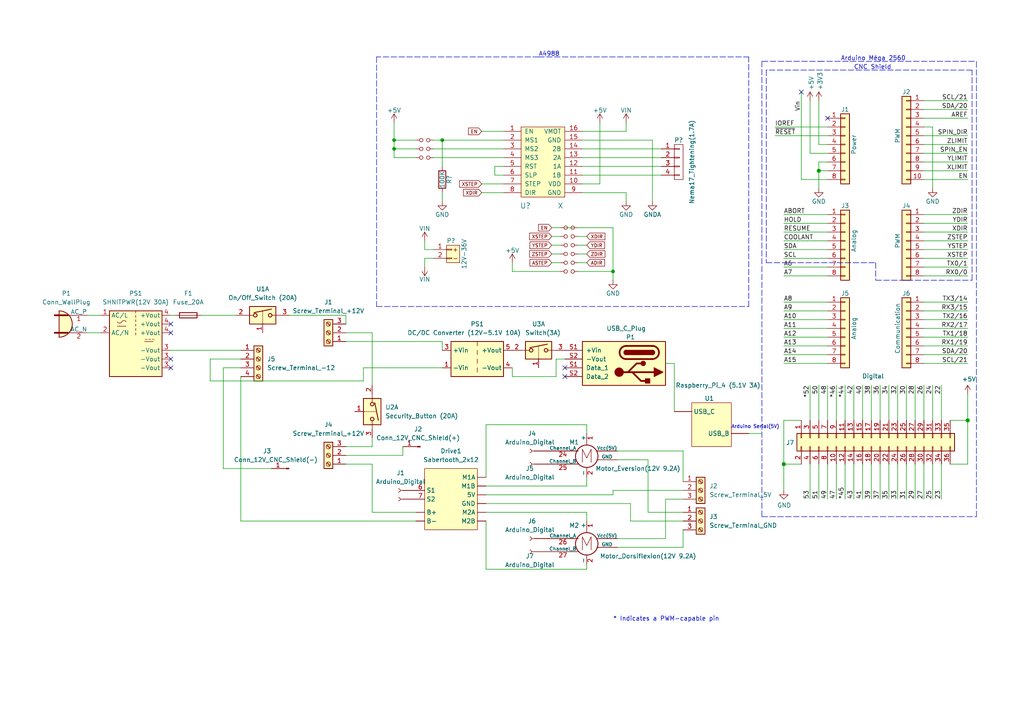
<source format=kicad_sch>
(kicad_sch (version 20211123) (generator eeschema)
  (paper "A4")
  (title_block (title "ExoFlex Electric Schematic") (date "2022-11-01"))
  (lib_symbols
    (symbol "Analog_Switch:DG308AxY"
      (property "Reference" "U" (at -3.175 5.334 0))
      (property "Value" "DG308AxY" (at -3.175 3.556 0))
      (symbol "DG308AxY_1_1"
        (pin input line (at 0 -5.08 90) (length 2.54) (name "~") (number "1"))
        (pin passive line (at -7.62 0 0) (length 2.54) (name "~") (number "2"))
        (pin passive line (at 7.62 0 180) (length 2.54) (name "~") (number "3"))
      )
      (symbol "DG308AxY_2_1"
        (pin passive line (at -7.62 0 0) (length 2.54) (name "~") (number "6"))
        (pin passive line (at 7.62 0 180) (length 2.54) (name "~") (number "7"))
        (pin input line (at 0 -5.08 90) (length 2.54) (name "~") (number "8"))
      )
      (symbol "DG308AxY_3_1"
        (pin passive line (at -7.62 0 0) (length 2.54) (name "~") (number "10"))
        (pin passive line (at 7.62 0 180) (length 2.54) (name "~") (number "11"))
        (pin input line (at 0 -5.08 90) (length 2.54) (name "~") (number "9"))
      )
      (symbol "DG308AxY_4_1"
        (pin passive line (at 7.62 0 180) (length 2.54) (name "~") (number "14"))
        (pin passive line (at -7.62 0 0) (length 2.54) (name "~") (number "15"))
        (pin input line (at 0 -5.08 90) (length 2.54) (name "~") (number "16"))
      )
      (symbol "DG308AxY_5_0"
        (pin no_connect line (at 2.54 10.16 270) (length 2.54) hide (name "NC") (number "12"))
        (pin power_in line (at 0 12.7 270) (length 2.54) (name "V+") (number "13"))
        (pin power_in line (at 2.54 -12.7 90) (length 2.54) (name "V-") (number "4"))
        (pin power_in line (at 0 -12.7 90) (length 2.54) (name "GND") (number "5"))
      )
    )
    (symbol "Conn_01x01_Female_1" (pin_numbers hide) (pin_names (offset 1.016) hide)
      (property "Reference" "J" (at 0 2.54 0))
      (property "Value" "Conn_01x01_Female_1" (at 0 -2.54 0))
      (symbol "Conn_01x01_Female_1_1_1"
        (pin passive line (at -5.08 0 0) (length 3.81) (name "Pin_1") (number "1"))
      )
    )
    (symbol "Connector:Conn_01x01_Female" (pin_numbers hide) (pin_names (offset 1.016) hide)
      (property "Reference" "J" (at 0 2.54 0))
      (property "Value" "Conn_01x01_Female" (at 0 -2.54 0))
      (symbol "Conn_01x01_Female_1_1"
        (pin passive line (at -5.08 0 0) (length 3.81) (name "Pin_1") (number "1"))
      )
    )
    (symbol "Connector:Conn_01x01_Male" (pin_names (offset 1.016) hide)
      (property "Reference" "J" (at 0 2.54 0))
      (property "Value" "Conn_01x01_Male" (at 0 -2.54 0))
      (symbol "Conn_01x01_Male_1_1"
        (pin passive line (at 5.08 0 180) (length 3.81) (name "Pin_1") (number "1"))
      )
    )
    (symbol "Connector:Conn_01x02_Female" (pin_numbers hide) (pin_names (offset 1.016) hide)
      (property "Reference" "J" (at 0 2.54 0))
      (property "Value" "Conn_01x02_Female" (at 0 -5.08 0))
      (symbol "Conn_01x02_Female_1_1"
        (pin passive line (at -5.08 0 0) (length 3.81) (name "Pin_1") (number "1"))
        (pin passive line (at -5.08 -2.54 0) (length 3.81) (name "Pin_2") (number "2"))
      )
    )
    (symbol "Connector:Conn_WallPlug" (pin_names (offset 0))
      (property "Reference" "P" (at -1.27 4.445 0))
      (property "Value" "Conn_WallPlug" (at -5.715 0 90))
      (symbol "Conn_WallPlug_1_1"
        (pin power_out line (at 5.08 2.54 180) (length 5.08) (name "AC_P") (number "1"))
        (pin power_out line (at 5.08 -2.54 180) (length 5.08) (name "AC_N") (number "2"))
      )
    )
    (symbol "Connector:Raspberry_Pi_4"
      (property "Reference" "U?" (at 3.81 -5.08 0))
      (property "Value" "Raspberry_Pi_4 ( 5.1V 3A)" (at 3.81 -1.27 0))
      (symbol "Raspberry_Pi_4_1_1"
        (pin output line (at 13.97 3.81 180) (length 5.08) (name "USB_B") (number ""))
        (pin input line (at -7.62 10.16 0) (length 5.08) (name "USB_C") (number ""))
      )
    )
    (symbol "Connector:Screw_Terminal_01x03" (pin_names (offset 1.016) hide)
      (property "Reference" "J" (at 0 5.08 0))
      (property "Value" "Screw_Terminal_01x03" (at 0 -5.08 0))
      (symbol "Screw_Terminal_01x03_1_1"
        (pin passive line (at -5.08 2.54 0) (length 3.81) (name "Pin_1") (number "1"))
        (pin passive line (at -5.08 0 0) (length 3.81) (name "Pin_2") (number "2"))
        (pin passive line (at -5.08 -2.54 0) (length 3.81) (name "Pin_3") (number "3"))
      )
    )
    (symbol "Connector:Screw_Terminal_01x04" (pin_names (offset 1.016) hide)
      (property "Reference" "J" (at 0 5.08 0))
      (property "Value" "Screw_Terminal_01x04" (at 0 -7.62 0))
      (symbol "Screw_Terminal_01x04_1_1"
        (pin passive line (at -5.08 2.54 0) (length 3.81) (name "Pin_1") (number "1"))
        (pin passive line (at -5.08 0 0) (length 3.81) (name "Pin_2") (number "2"))
        (pin passive line (at -5.08 -2.54 0) (length 3.81) (name "Pin_3") (number "3"))
        (pin passive line (at -5.08 -5.08 0) (length 3.81) (name "Pin_4") (number "4"))
      )
    )
    (symbol "Connector:USB_C_Plug" (pin_names (offset 1.016))
      (property "Reference" "P?" (at 33.02 0 0))
      (property "Value" "USB_C_Plug" (at -22.86 12.7 90))
      (symbol "USB_C_Plug_1_1"
        (pin passive line (at -7.62 -40.64 90) (length 5.08) (name "+Vin") (number "S1"))
        (pin passive line (at -2.54 -40.64 90) (length 5.08) (name "Data_1") (number "S1"))
        (pin passive line (at -5.08 -40.64 90) (length 5.08) (name "-Vout") (number "S2"))
        (pin passive line (at 0 -40.64 90) (length 5.08) (name "Data_2") (number "S2"))
      )
    )
    (symbol "Connector_Generic:Conn_01x08" (pin_names (offset 1.016) hide)
      (property "Reference" "J" (at 0 10.16 0))
      (property "Value" "Conn_01x08" (at 0 -12.7 0))
      (symbol "Conn_01x08_1_1"
        (pin passive line (at -5.08 7.62 0) (length 3.81) (name "Pin_1") (number "1"))
        (pin passive line (at -5.08 5.08 0) (length 3.81) (name "Pin_2") (number "2"))
        (pin passive line (at -5.08 2.54 0) (length 3.81) (name "Pin_3") (number "3"))
        (pin passive line (at -5.08 0 0) (length 3.81) (name "Pin_4") (number "4"))
        (pin passive line (at -5.08 -2.54 0) (length 3.81) (name "Pin_5") (number "5"))
        (pin passive line (at -5.08 -5.08 0) (length 3.81) (name "Pin_6") (number "6"))
        (pin passive line (at -5.08 -7.62 0) (length 3.81) (name "Pin_7") (number "7"))
        (pin passive line (at -5.08 -10.16 0) (length 3.81) (name "Pin_8") (number "8"))
      )
    )
    (symbol "Connector_Generic:Conn_01x10" (pin_names (offset 1.016) hide)
      (property "Reference" "J" (at 0 12.7 0))
      (property "Value" "Conn_01x10" (at 0 -15.24 0))
      (symbol "Conn_01x10_1_1"
        (pin passive line (at -5.08 10.16 0) (length 3.81) (name "Pin_1") (number "1"))
        (pin passive line (at -5.08 -12.7 0) (length 3.81) (name "Pin_10") (number "10"))
        (pin passive line (at -5.08 7.62 0) (length 3.81) (name "Pin_2") (number "2"))
        (pin passive line (at -5.08 5.08 0) (length 3.81) (name "Pin_3") (number "3"))
        (pin passive line (at -5.08 2.54 0) (length 3.81) (name "Pin_4") (number "4"))
        (pin passive line (at -5.08 0 0) (length 3.81) (name "Pin_5") (number "5"))
        (pin passive line (at -5.08 -2.54 0) (length 3.81) (name "Pin_6") (number "6"))
        (pin passive line (at -5.08 -5.08 0) (length 3.81) (name "Pin_7") (number "7"))
        (pin passive line (at -5.08 -7.62 0) (length 3.81) (name "Pin_8") (number "8"))
        (pin passive line (at -5.08 -10.16 0) (length 3.81) (name "Pin_9") (number "9"))
      )
    )
    (symbol "Connector_Generic:Conn_02x18_Odd_Even" (pin_names (offset 1.016) hide)
      (property "Reference" "J" (at 1.27 22.86 0))
      (property "Value" "Conn_02x18_Odd_Even" (at 1.27 -25.4 0))
      (symbol "Conn_02x18_Odd_Even_1_1"
        (pin passive line (at -5.08 20.32 0) (length 3.81) (name "Pin_1") (number "1"))
        (pin passive line (at 7.62 10.16 180) (length 3.81) (name "Pin_10") (number "10"))
        (pin passive line (at -5.08 7.62 0) (length 3.81) (name "Pin_11") (number "11"))
        (pin passive line (at 7.62 7.62 180) (length 3.81) (name "Pin_12") (number "12"))
        (pin passive line (at -5.08 5.08 0) (length 3.81) (name "Pin_13") (number "13"))
        (pin passive line (at 7.62 5.08 180) (length 3.81) (name "Pin_14") (number "14"))
        (pin passive line (at -5.08 2.54 0) (length 3.81) (name "Pin_15") (number "15"))
        (pin passive line (at 7.62 2.54 180) (length 3.81) (name "Pin_16") (number "16"))
        (pin passive line (at -5.08 0 0) (length 3.81) (name "Pin_17") (number "17"))
        (pin passive line (at 7.62 0 180) (length 3.81) (name "Pin_18") (number "18"))
        (pin passive line (at -5.08 -2.54 0) (length 3.81) (name "Pin_19") (number "19"))
        (pin passive line (at 7.62 20.32 180) (length 3.81) (name "Pin_2") (number "2"))
        (pin passive line (at 7.62 -2.54 180) (length 3.81) (name "Pin_20") (number "20"))
        (pin passive line (at -5.08 -5.08 0) (length 3.81) (name "Pin_21") (number "21"))
        (pin passive line (at 7.62 -5.08 180) (length 3.81) (name "Pin_22") (number "22"))
        (pin passive line (at -5.08 -7.62 0) (length 3.81) (name "Pin_23") (number "23"))
        (pin passive line (at 7.62 -7.62 180) (length 3.81) (name "Pin_24") (number "24"))
        (pin passive line (at -5.08 -10.16 0) (length 3.81) (name "Pin_25") (number "25"))
        (pin passive line (at 7.62 -10.16 180) (length 3.81) (name "Pin_26") (number "26"))
        (pin passive line (at -5.08 -12.7 0) (length 3.81) (name "Pin_27") (number "27"))
        (pin passive line (at 7.62 -12.7 180) (length 3.81) (name "Pin_28") (number "28"))
        (pin passive line (at -5.08 -15.24 0) (length 3.81) (name "Pin_29") (number "29"))
        (pin passive line (at -5.08 17.78 0) (length 3.81) (name "Pin_3") (number "3"))
        (pin passive line (at 7.62 -15.24 180) (length 3.81) (name "Pin_30") (number "30"))
        (pin passive line (at -5.08 -17.78 0) (length 3.81) (name "Pin_31") (number "31"))
        (pin passive line (at 7.62 -17.78 180) (length 3.81) (name "Pin_32") (number "32"))
        (pin passive line (at -5.08 -20.32 0) (length 3.81) (name "Pin_33") (number "33"))
        (pin passive line (at 7.62 -20.32 180) (length 3.81) (name "Pin_34") (number "34"))
        (pin passive line (at -5.08 -22.86 0) (length 3.81) (name "Pin_35") (number "35"))
        (pin passive line (at 7.62 -22.86 180) (length 3.81) (name "Pin_36") (number "36"))
        (pin passive line (at 7.62 17.78 180) (length 3.81) (name "Pin_4") (number "4"))
        (pin passive line (at -5.08 15.24 0) (length 3.81) (name "Pin_5") (number "5"))
        (pin passive line (at 7.62 15.24 180) (length 3.81) (name "Pin_6") (number "6"))
        (pin passive line (at -5.08 12.7 0) (length 3.81) (name "Pin_7") (number "7"))
        (pin passive line (at 7.62 12.7 180) (length 3.81) (name "Pin_8") (number "8"))
        (pin passive line (at -5.08 10.16 0) (length 3.81) (name "Pin_9") (number "9"))
      )
    )
    (symbol "Converter_ACDC:HLK-PM01"
      (property "Reference" "PS1" (at 0 8.89 0))
      (property "Value" "SHNITPWR(12V 30A)" (at 0 6.35 0))
      (symbol "HLK-PM01_1_1"
        (pin power_in line (at -10.16 2.54 0) (length 2.54) (name "AC/L") (number "1"))
        (pin power_in line (at -10.16 -2.54 0) (length 2.54) (name "AC/N") (number "2"))
        (pin power_out line (at 10.16 -12.7 180) (length 2.54) (name "-Vout") (number "3"))
        (pin power_out line (at 10.16 -10.16 180) (length 2.54) (name "-Vout") (number "3"))
        (pin power_out line (at 10.16 -7.62 180) (length 2.54) (name "-Vout") (number "3"))
        (pin power_out line (at 10.16 -2.54 180) (length 2.54) (name "+Vout") (number "4"))
        (pin power_out line (at 10.16 0 180) (length 2.54) (name "+Vout") (number "4"))
        (pin power_out line (at 10.16 2.54 180) (length 2.54) (name "+Vout") (number "4"))
      )
    )
    (symbol "Converter_DCDC:IA0305D"
      (property "Reference" "PS1" (at 0 13.97 0))
      (property "Value" "DC/DC Converter (12V-5.1V 10A)" (at 0 7.62 0))
      (symbol "IA0305D_0_0"
        (pin power_in line (at -10.16 -2.54 0) (length 2.54) (name "-Vin") (number "1"))
        (pin power_in line (at -10.16 2.54 0) (length 2.54) (name "+Vin") (number "3"))
        (pin power_out line (at 10.16 -2.54 180) (length 2.54) (name "-Vout") (number "4"))
        (pin power_out line (at 10.16 2.54 180) (length 2.54) (name "+Vout") (number "5"))
      )
      (symbol "IA0305D_1_1"
        (pin no_connect line (at 0 -5.08 90) (length 2.54) hide (name "NC") (number "2"))
      )
    )
    (symbol "Device:Fuse" (pin_numbers hide) (pin_names (offset 0))
      (property "Reference" "F" (at 2.032 0 90))
      (property "Value" "Fuse" (at -1.905 0 90))
      (symbol "Fuse_1_1"
        (pin passive line (at 0 3.81 270) (length 1.27) (name "~") (number "1"))
        (pin passive line (at 0 -3.81 90) (length 1.27) (name "~") (number "2"))
      )
    )
    (symbol "Device:R" (pin_numbers hide) (pin_names (offset 0))
      (property "Reference" "R" (at 2.032 0 90))
      (property "Value" "R" (at 0 0 90))
      (symbol "R_1_1"
        (pin passive line (at 0 3.81 270) (length 1.27) (name "~") (number "1"))
        (pin passive line (at 0 -3.81 90) (length 1.27) (name "~") (number "2"))
      )
    )
    (symbol "Driver_Motor:Sabertooth_2x12"
      (property "Reference" "Drive1" (at 0 13.97 0))
      (property "Value" "Sabertooth_2x12" (at 0 11.43 0))
      (symbol "Sabertooth_2x12_1_1"
        (pin output line (at 10.16 1.27 180) (length 2.54) (name "5V") (number ""))
        (pin output line (at -10.16 -3.81 0) (length 2.54) (name "B+") (number ""))
        (pin output line (at -10.16 -6.35 0) (length 2.54) (name "B-") (number ""))
        (pin output line (at 10.16 -1.27 180) (length 2.54) (name "GND") (number ""))
        (pin output line (at 10.16 6.35 180) (length 2.54) (name "M1A") (number ""))
        (pin output line (at 10.16 3.81 180) (length 2.54) (name "M1B") (number ""))
        (pin output line (at 10.16 -3.81 180) (length 2.54) (name "M2A") (number ""))
        (pin output line (at 10.16 -6.35 180) (length 2.54) (name "M2B") (number ""))
        (pin input line (at -10.16 2.54 0) (length 2.54) (name "S1") (number "6"))
        (pin input line (at -10.16 0 0) (length 2.54) (name "S2") (number "7"))
      )
    )
    (symbol "Motor_DC_1" (pin_names (offset 0))
      (property "Reference" "M1" (at -5.08 2.54 0))
      (property "Value" "Motor_Eversion(12V 9.2A)" (at 2.54 -5.08 0))
      (symbol "Motor_DC_1_1_1"
        (pin output line (at 8.89 -2.54 180) (length 6) (name "GND") (number ""))
        (pin output line (at 8.89 0 180) (length 6) (name "Vcc(5V)") (number ""))
        (pin passive line (at 0 5.08 270) (length 2.54) (name "+") (number "1"))
        (pin passive line (at 0 -7.62 90) (length 2.54) (name "-") (number "2"))
        (pin output line (at -11.43 0 0) (length 9) (name "Channel_A") (number "24"))
        (pin output line (at -11.43 -3.81 0) (length 9) (name "Channel_B") (number "25"))
      )
    )
    (symbol "Motor_DC_2" (pin_names (offset 0))
      (property "Reference" "M2" (at -5.08 3.81 0))
      (property "Value" "Motor_DC_2" (at 3.81 -5.08 0))
      (symbol "Motor_DC_2_1_1"
        (pin output line (at 8.89 -2.54 180) (length 6) (name "GND") (number ""))
        (pin output line (at 8.89 0 180) (length 6) (name "Vcc(5V)") (number ""))
        (pin passive line (at 0 5.08 270) (length 2.54) (name "+") (number "1"))
        (pin passive line (at 0 -7.62 90) (length 2.54) (name "-") (number "2"))
        (pin output line (at -11.43 0 0) (length 9) (name "Channel_A") (number "26"))
        (pin output line (at -11.43 -3.81 0) (length 9) (name "Channel_B") (number "27"))
      )
    )
    (symbol "power:+3V3" (power) (pin_names (offset 0))
      (property "Value" "+3V3" (at 0 3.556 0))
      (symbol "+3V3_1_1"
        (pin power_in line (at 0 0 90) (length 0) hide (name "+3V3") (number "1"))
      )
    )
    (symbol "power:+5V" (power) (pin_names (offset 0))
      (property "Value" "+5V" (at 0 3.556 0))
      (symbol "+5V_1_1"
        (pin power_in line (at 0 0 90) (length 0) hide (name "+5V") (number "1"))
      )
    )
    (symbol "power:GND" (power) (pin_names (offset 0))
      (property "Value" "GND" (at 0 -3.81 0))
      (symbol "GND_1_1"
        (pin power_in line (at 0 0 270) (length 0) hide (name "GND") (number "1"))
      )
    )
    (symbol "power:GNDA" (power) (pin_names (offset 0))
      (property "Value" "GNDA" (at 0 -3.81 0))
      (symbol "GNDA_1_1"
        (pin power_in line (at 0 0 270) (length 0) hide (name "GNDA") (number "1"))
      )
    )
    (symbol "sb-cnc-shield-rescue:CONN_01X02" (pin_names (offset 1.016) hide)
      (property "Reference" "P?" (at -1.27 2.54 0))
      (property "Value" "12V-36V" (at 2.54 -1.27 90))
      (symbol "CONN_01X02_0_0"
        (text "+" (at 0 0 0) (effects (font (size 1.27 1.27))))
        (text "-" (at 0 -2.54 0) (effects (font (size 1.27 1.27))))
      )
      (symbol "CONN_01X02_1_1"
        (pin passive line (at -6.35 0 0) (length 3.81) (name "P1") (number "1"))
        (pin passive line (at -6.35 -2.54 0) (length 3.81) (name "P2") (number "2"))
      )
    )
    (symbol "sb-cnc-shield-rescue:CONN_01X04" (pin_names (offset 1.016) hide)
      (property "Reference" "P" (at 0 6.35 0))
      (property "Value" "CONN_01X04" (at 2.54 0 90))
      (symbol "CONN_01X04_1_1"
        (pin passive line (at -5.08 3.81 0) (length 3.81) (name "P1") (number "1"))
        (pin passive line (at -5.08 1.27 0) (length 3.81) (name "P2") (number "2"))
        (pin passive line (at -5.08 -1.27 0) (length 3.81) (name "P3") (number "3"))
        (pin passive line (at -5.08 -3.81 0) (length 3.81) (name "P4") (number "4"))
      )
    )
    (symbol "sb-cnc-shield-rescue:Jumper_NO_Small-Device" (pin_numbers hide) (pin_names (offset 0.762) hide)
      (property "Reference" "JP" (at 0 2.032 0))
      (property "Value" "Jumper_NO_Small-Device" (at 0.254 -1.524 0))
      (symbol "Jumper_NO_Small-Device_0_1"
        (pin passive line (at -2.54 0 0) (length 1.016) (name "1") (number "1"))
        (pin passive line (at 2.54 0 180) (length 1.016) (name "2") (number "2"))
      )
    )
    (symbol "sb-cnc-shield-rescue:POLOLU_STEPPER_DRIVER" (pin_names (offset 1.016))
      (property "Reference" "U?" (at -5.08 -11.43 0))
      (property "Value" "X" (at 5.08 -11.43 0))
      (symbol "POLOLU_STEPPER_DRIVER_1_1"
        (pin input line (at -11.43 10.16 0) (length 5.08) (name "EN") (number "1"))
        (pin input line (at 11.43 -5.08 180) (length 5.08) (name "VDD") (number "10"))
        (pin input line (at 11.43 -2.54 180) (length 5.08) (name "1B") (number "11"))
        (pin input line (at 11.43 0 180) (length 5.08) (name "1A") (number "12"))
        (pin input line (at 11.43 2.54 180) (length 5.08) (name "2A") (number "13"))
        (pin input line (at 11.43 5.08 180) (length 5.08) (name "2B") (number "14"))
        (pin input line (at 11.43 7.62 180) (length 5.08) (name "GND") (number "15"))
        (pin input line (at 11.43 10.16 180) (length 5.08) (name "VMOT") (number "16"))
        (pin input line (at -11.43 7.62 0) (length 5.08) (name "MS1") (number "2"))
        (pin input line (at -11.43 5.08 0) (length 5.08) (name "MS2") (number "3"))
        (pin input line (at -11.43 2.54 0) (length 5.08) (name "MS3") (number "4"))
        (pin input line (at -11.43 0 0) (length 5.08) (name "RST") (number "5"))
        (pin input line (at -11.43 -2.54 0) (length 5.08) (name "SLP") (number "6"))
        (pin input line (at -11.43 -5.08 0) (length 5.08) (name "STEP") (number "7"))
        (pin input line (at -11.43 -7.62 0) (length 5.08) (name "DIR") (number "8"))
        (pin input line (at 11.43 -7.62 180) (length 5.08) (name "GND") (number "9"))
      )
    )
    (symbol "sb-cnc-shield-rescue:VIN" (power) (pin_names (offset 0))
      (property "Value" "VIN" (at 0 3.556 0))
      (symbol "VIN_1_1"
        (pin power_in line (at 0 0 90) (length 0) hide (name "VIN") (number "1"))
      )
    )
  )
  (junction (at 227.33 134.62) (diameter 1.016))
  (junction (at 237.49 49.53) (diameter 1.016))
  (junction (at 128.27 40.64))
  (junction (at 114.3 40.64))
  (junction (at 177.8 78.74))
  (junction (at 114.3 43.18))
  (junction (at 280.67 121.92) (diameter 1.016))
  (no_connect (at 49.53 106.68))
  (no_connect (at 49.53 96.52))
  (no_connect (at 49.53 93.98))
  (no_connect (at 163.83 106.68))
  (no_connect (at 163.83 109.22))
  (no_connect (at 240.03 34.29))
  (no_connect (at 49.53 104.14))
  (no_connect (at 232.41 26.67))
  (wire (pts (xy 125.73 40.64) (xy 128.27 40.64)))
  (wire (pts (xy 267.97 80.01) (xy 280.67 80.01)))
  (wire (pts (xy 114.3 43.18) (xy 114.3 45.72)))
  (wire (pts (xy 198.12 153.67) (xy 198.12 158.75)))
  (wire (pts (xy 50.8 91.44) (xy 49.53 91.44)))
  (wire (pts (xy 140.97 143.51) (xy 177.8 143.51)))
  (wire (pts (xy 227.33 80.01) (xy 240.03 80.01)))
  (wire (pts (xy 107.95 111.76) (xy 107.95 96.52)))
  (wire (pts (xy 160.02 71.12) (xy 162.56 71.12)))
  (wire (pts (xy 168.91 55.88) (xy 181.61 55.88)))
  (wire (pts (xy 267.97 46.99) (xy 280.67 46.99)))
  (wire (pts (xy 250.19 111.76) (xy 250.19 121.92)))
  (wire (pts (xy 193.04 105.41) (xy 195.58 105.41)))
  (wire (pts (xy 167.64 71.12) (xy 170.18 71.12)))
  (wire (pts (xy 125.73 74.93) (xy 123.19 74.93)))
  (wire (pts (xy 162.56 78.74) (xy 148.59 78.74)))
  (wire (pts (xy 107.95 148.59) (xy 120.65 148.59)))
  (wire (pts (xy 267.97 29.21) (xy 280.67 29.21)))
  (wire (pts (xy 252.73 111.76) (xy 252.73 121.92)))
  (wire (pts (xy 193.04 144.78) (xy 193.04 156.21)))
  (wire (pts (xy 280.67 121.92) (xy 280.67 134.62)))
  (wire (pts (xy 177.8 66.04) (xy 167.64 66.04)))
  (wire (pts (xy 163.83 104.14) (xy 161.29 104.14)))
  (wire (pts (xy 173.99 53.34) (xy 173.99 35.56)))
  (wire (pts (xy 116.84 132.08) (xy 116.84 129.54)))
  (wire (pts (xy 128.27 48.26) (xy 128.27 40.64)))
  (wire (pts (xy 232.41 121.92) (xy 227.33 121.92)))
  (wire (pts (xy 105.41 110.49) (xy 105.41 106.68)))
  (wire (pts (xy 60.96 104.14) (xy 60.96 110.49)))
  (wire (pts (xy 267.97 92.71) (xy 280.67 92.71)))
  (wire (pts (xy 237.49 46.99) (xy 237.49 49.53)))
  (polyline (pts (xy 254 76.2) (xy 254 81.28)))
  (wire (pts (xy 69.85 151.13) (xy 120.65 151.13)))
  (wire (pts (xy 160.02 66.04) (xy 162.56 66.04)))
  (wire (pts (xy 255.27 134.62) (xy 255.27 144.78)))
  (wire (pts (xy 227.33 74.93) (xy 240.03 74.93)))
  (wire (pts (xy 260.35 111.76) (xy 260.35 121.92)))
  (wire (pts (xy 160.02 73.66) (xy 162.56 73.66)))
  (polyline (pts (xy 220.98 17.78) (xy 220.98 149.86)))
  (wire (pts (xy 237.49 111.76) (xy 237.49 121.92)))
  (wire (pts (xy 273.05 111.76) (xy 273.05 121.92)))
  (wire (pts (xy 107.95 96.52) (xy 100.33 96.52)))
  (wire (pts (xy 64.77 135.89) (xy 78.74 135.89)))
  (wire (pts (xy 237.49 49.53) (xy 237.49 54.61)))
  (wire (pts (xy 128.27 55.88) (xy 128.27 58.42)))
  (polyline (pts (xy 281.94 81.28) (xy 281.94 20.32)))
  (wire (pts (xy 267.97 134.62) (xy 267.97 144.78)))
  (wire (pts (xy 114.3 35.56) (xy 114.3 40.64)))
  (wire (pts (xy 182.88 146.05) (xy 182.88 151.13)))
  (wire (pts (xy 237.49 41.91) (xy 240.03 41.91)))
  (wire (pts (xy 247.65 111.76) (xy 247.65 121.92)))
  (wire (pts (xy 168.91 38.1) (xy 181.61 38.1)))
  (wire (pts (xy 234.95 44.45) (xy 240.03 44.45)))
  (wire (pts (xy 128.27 40.64) (xy 146.05 40.64)))
  (wire (pts (xy 257.81 134.62) (xy 257.81 144.78)))
  (wire (pts (xy 114.3 43.18) (xy 120.65 43.18)))
  (wire (pts (xy 234.95 29.21) (xy 234.95 44.45)))
  (wire (pts (xy 140.97 146.05) (xy 182.88 146.05)))
  (wire (pts (xy 227.33 105.41) (xy 240.03 105.41)))
  (wire (pts (xy 242.57 134.62) (xy 242.57 144.78)))
  (wire (pts (xy 265.43 134.62) (xy 265.43 144.78)))
  (polyline (pts (xy 217.17 88.9) (xy 217.17 16.51)))
  (wire (pts (xy 182.88 151.13) (xy 198.12 151.13)))
  (wire (pts (xy 181.61 38.1) (xy 181.61 35.56)))
  (wire (pts (xy 146.05 45.72) (xy 125.73 45.72)))
  (wire (pts (xy 195.58 105.41) (xy 195.58 119.38)))
  (wire (pts (xy 267.97 39.37) (xy 280.67 39.37)))
  (polyline (pts (xy 156.21 16.51) (xy 217.17 16.51)))
  (wire (pts (xy 237.49 29.21) (xy 237.49 41.91)))
  (wire (pts (xy 267.97 62.23) (xy 280.67 62.23)))
  (wire (pts (xy 64.77 106.68) (xy 64.77 135.89)))
  (wire (pts (xy 170.18 138.43) (xy 170.18 140.97)))
  (wire (pts (xy 240.03 62.23) (xy 227.33 62.23)))
  (polyline (pts (xy 156.21 16.51) (xy 109.22 16.51)))
  (wire (pts (xy 267.97 41.91) (xy 280.67 41.91)))
  (wire (pts (xy 168.91 45.72) (xy 191.77 45.72)))
  (wire (pts (xy 240.03 102.87) (xy 227.33 102.87)))
  (wire (pts (xy 267.97 64.77) (xy 280.67 64.77)))
  (wire (pts (xy 140.97 123.19) (xy 170.18 123.19)))
  (wire (pts (xy 100.33 129.54) (xy 107.95 129.54)))
  (wire (pts (xy 267.97 100.33) (xy 280.67 100.33)))
  (wire (pts (xy 114.3 40.64) (xy 114.3 43.18)))
  (wire (pts (xy 60.96 110.49) (xy 105.41 110.49)))
  (polyline (pts (xy 109.22 16.51) (xy 109.22 88.9)))
  (wire (pts (xy 146.05 43.18) (xy 125.73 43.18)))
  (wire (pts (xy 167.64 68.58) (xy 170.18 68.58)))
  (wire (pts (xy 128.27 99.06) (xy 128.27 101.6)))
  (wire (pts (xy 257.81 111.76) (xy 257.81 121.92)))
  (wire (pts (xy 227.33 121.92) (xy 227.33 134.62)))
  (wire (pts (xy 242.57 111.76) (xy 242.57 121.92)))
  (wire (pts (xy 160.02 68.58) (xy 162.56 68.58)))
  (wire (pts (xy 232.41 134.62) (xy 227.33 134.62)))
  (wire (pts (xy 217.17 125.73) (xy 220.98 125.73)))
  (wire (pts (xy 267.97 49.53) (xy 280.67 49.53)))
  (wire (pts (xy 265.43 111.76) (xy 265.43 121.92)))
  (wire (pts (xy 167.64 73.66) (xy 170.18 73.66)))
  (polyline (pts (xy 283.21 149.86) (xy 283.21 17.78)))
  (wire (pts (xy 105.41 106.68) (xy 128.27 106.68)))
  (wire (pts (xy 100.33 132.08) (xy 116.84 132.08)))
  (wire (pts (xy 168.91 53.34) (xy 173.99 53.34)))
  (wire (pts (xy 262.89 111.76) (xy 262.89 121.92)))
  (wire (pts (xy 245.11 134.62) (xy 245.11 144.78)))
  (wire (pts (xy 177.8 66.04) (xy 177.8 78.74)))
  (wire (pts (xy 262.89 134.62) (xy 262.89 144.78)))
  (wire (pts (xy 240.03 134.62) (xy 240.03 144.78)))
  (wire (pts (xy 270.51 111.76) (xy 270.51 121.92)))
  (wire (pts (xy 143.51 48.26) (xy 143.51 50.8)))
  (wire (pts (xy 267.97 69.85) (xy 280.67 69.85)))
  (wire (pts (xy 170.18 140.97) (xy 140.97 140.97)))
  (wire (pts (xy 250.19 134.62) (xy 250.19 144.78)))
  (wire (pts (xy 245.11 111.76) (xy 245.11 121.92)))
  (wire (pts (xy 224.79 36.83) (xy 240.03 36.83)))
  (wire (pts (xy 107.95 134.62) (xy 107.95 148.59)))
  (wire (pts (xy 83.82 91.44) (xy 100.33 91.44)))
  (wire (pts (xy 107.95 127) (xy 107.95 129.54)))
  (wire (pts (xy 167.64 76.2) (xy 170.18 76.2)))
  (wire (pts (xy 148.59 109.22) (xy 161.29 109.22)))
  (wire (pts (xy 267.97 90.17) (xy 280.67 90.17)))
  (wire (pts (xy 100.33 99.06) (xy 128.27 99.06)))
  (wire (pts (xy 280.67 114.3) (xy 280.67 121.92)))
  (polyline (pts (xy 220.98 149.86) (xy 283.21 149.86)))
  (wire (pts (xy 270.51 36.83) (xy 270.51 54.61)))
  (wire (pts (xy 139.7 38.1) (xy 146.05 38.1)))
  (wire (pts (xy 267.97 105.41) (xy 280.67 105.41)))
  (wire (pts (xy 140.97 148.59) (xy 170.18 148.59)))
  (wire (pts (xy 198.12 148.59) (xy 187.96 148.59)))
  (wire (pts (xy 143.51 50.8) (xy 146.05 50.8)))
  (wire (pts (xy 267.97 34.29) (xy 280.67 34.29)))
  (wire (pts (xy 168.91 48.26) (xy 191.77 48.26)))
  (wire (pts (xy 275.59 121.92) (xy 280.67 121.92)))
  (wire (pts (xy 181.61 55.88) (xy 181.61 58.42)))
  (wire (pts (xy 267.97 97.79) (xy 280.67 97.79)))
  (wire (pts (xy 227.33 95.25) (xy 240.03 95.25)))
  (wire (pts (xy 189.23 40.64) (xy 189.23 58.42)))
  (wire (pts (xy 100.33 91.44) (xy 100.33 93.98)))
  (wire (pts (xy 58.42 91.44) (xy 68.58 91.44)))
  (wire (pts (xy 240.03 67.31) (xy 227.33 67.31)))
  (wire (pts (xy 179.07 133.35) (xy 187.96 133.35)))
  (wire (pts (xy 224.79 39.37) (xy 240.03 39.37)))
  (wire (pts (xy 69.85 104.14) (xy 60.96 104.14)))
  (wire (pts (xy 140.97 165.1) (xy 170.18 165.1)))
  (wire (pts (xy 267.97 87.63) (xy 280.67 87.63)))
  (wire (pts (xy 123.19 74.93) (xy 123.19 77.47)))
  (wire (pts (xy 240.03 49.53) (xy 237.49 49.53)))
  (wire (pts (xy 170.18 148.59) (xy 170.18 151.13)))
  (wire (pts (xy 100.33 134.62) (xy 107.95 134.62)))
  (wire (pts (xy 140.97 123.19) (xy 140.97 138.43)))
  (wire (pts (xy 240.03 52.07) (xy 232.41 52.07)))
  (polyline (pts (xy 254 81.28) (xy 281.94 81.28)))
  (wire (pts (xy 234.95 111.76) (xy 234.95 121.92)))
  (wire (pts (xy 227.33 64.77) (xy 240.03 64.77)))
  (wire (pts (xy 198.12 144.78) (xy 193.04 144.78)))
  (wire (pts (xy 179.07 156.21) (xy 193.04 156.21)))
  (wire (pts (xy 160.02 76.2) (xy 162.56 76.2)))
  (wire (pts (xy 237.49 134.62) (xy 237.49 144.78)))
  (wire (pts (xy 170.18 163.83) (xy 170.18 165.1)))
  (wire (pts (xy 179.07 158.75) (xy 198.12 158.75)))
  (wire (pts (xy 125.73 72.39) (xy 123.19 72.39)))
  (wire (pts (xy 260.35 134.62) (xy 260.35 144.78)))
  (wire (pts (xy 139.7 55.88) (xy 146.05 55.88)))
  (wire (pts (xy 240.03 92.71) (xy 227.33 92.71)))
  (wire (pts (xy 69.85 106.68) (xy 64.77 106.68)))
  (wire (pts (xy 234.95 134.62) (xy 234.95 144.78)))
  (wire (pts (xy 267.97 95.25) (xy 280.67 95.25)))
  (wire (pts (xy 267.97 36.83) (xy 270.51 36.83)))
  (wire (pts (xy 167.64 78.74) (xy 177.8 78.74)))
  (wire (pts (xy 252.73 134.62) (xy 252.73 144.78)))
  (wire (pts (xy 191.77 43.18) (xy 168.91 43.18)))
  (wire (pts (xy 114.3 45.72) (xy 120.65 45.72)))
  (wire (pts (xy 240.03 46.99) (xy 237.49 46.99)))
  (wire (pts (xy 227.33 100.33) (xy 240.03 100.33)))
  (wire (pts (xy 25.4 96.52) (xy 29.21 96.52)))
  (wire (pts (xy 179.07 130.81) (xy 198.12 130.81)))
  (wire (pts (xy 267.97 111.76) (xy 267.97 121.92)))
  (wire (pts (xy 25.4 91.44) (xy 29.21 91.44)))
  (wire (pts (xy 267.97 44.45) (xy 280.67 44.45)))
  (wire (pts (xy 255.27 111.76) (xy 255.27 121.92)))
  (wire (pts (xy 161.29 104.14) (xy 161.29 109.22)))
  (wire (pts (xy 227.33 90.17) (xy 240.03 90.17)))
  (wire (pts (xy 168.91 40.64) (xy 189.23 40.64)))
  (wire (pts (xy 267.97 67.31) (xy 280.67 67.31)))
  (wire (pts (xy 139.7 53.34) (xy 146.05 53.34)))
  (wire (pts (xy 227.33 69.85) (xy 240.03 69.85)))
  (wire (pts (xy 240.03 111.76) (xy 240.03 121.92)))
  (wire (pts (xy 198.12 139.7) (xy 198.12 130.81)))
  (wire (pts (xy 267.97 102.87) (xy 280.67 102.87)))
  (wire (pts (xy 49.53 101.6) (xy 69.85 101.6)))
  (wire (pts (xy 280.67 134.62) (xy 275.59 134.62)))
  (wire (pts (xy 240.03 87.63) (xy 227.33 87.63)))
  (wire (pts (xy 177.8 78.74) (xy 177.8 81.28)))
  (wire (pts (xy 120.65 40.64) (xy 114.3 40.64)))
  (wire (pts (xy 187.96 148.59) (xy 187.96 133.35)))
  (polyline (pts (xy 109.22 88.9) (xy 217.17 88.9)))
  (wire (pts (xy 177.8 142.24) (xy 198.12 142.24)))
  (wire (pts (xy 273.05 134.62) (xy 273.05 144.78)))
  (wire (pts (xy 267.97 31.75) (xy 280.67 31.75)))
  (wire (pts (xy 270.51 134.62) (xy 270.51 144.78)))
  (wire (pts (xy 267.97 74.93) (xy 280.67 74.93)))
  (polyline (pts (xy 222.25 76.2) (xy 254 76.2)))
  (polyline (pts (xy 237.49 17.78) (xy 283.21 17.78)))
  (wire (pts (xy 267.97 72.39) (xy 280.67 72.39)))
  (wire (pts (xy 170.18 123.19) (xy 170.18 125.73)))
  (wire (pts (xy 148.59 78.74) (xy 148.59 76.2)))
  (wire (pts (xy 140.97 165.1) (xy 140.97 151.13)))
  (wire (pts (xy 123.19 72.39) (xy 123.19 69.85)))
  (wire (pts (xy 247.65 134.62) (xy 247.65 144.78)))
  (wire (pts (xy 168.91 50.8) (xy 191.77 50.8)))
  (polyline (pts (xy 222.25 20.32) (xy 222.25 76.2)))
  (wire (pts (xy 69.85 109.22) (xy 69.85 151.13)))
  (wire (pts (xy 146.05 48.26) (xy 143.51 48.26)))
  (polyline (pts (xy 281.94 20.32) (xy 222.25 20.32)))
  (wire (pts (xy 267.97 77.47) (xy 280.67 77.47)))
  (wire (pts (xy 240.03 97.79) (xy 227.33 97.79)))
  (wire (pts (xy 177.8 143.51) (xy 177.8 142.24)))
  (wire (pts (xy 232.41 52.07) (xy 232.41 26.67)))
  (wire (pts (xy 227.33 134.62) (xy 227.33 142.24)))
  (polyline (pts (xy 238.76 17.78) (xy 220.98 17.78)))
  (wire (pts (xy 240.03 77.47) (xy 227.33 77.47)))
  (wire (pts (xy 163.83 66.04) (xy 166.37 66.04)))
  (wire (pts (xy 240.03 72.39) (xy 227.33 72.39)))
  (wire (pts (xy 148.59 106.68) (xy 148.59 109.22)))
  (wire (pts (xy 267.97 52.07) (xy 280.67 52.07)))
  (text "A4988" (at 156.21 16.51 0) (effects (font (size 1.27 1.27)) (justify left bottom)))
  (text "CNC Shield" (at 247.65 20.32 0) (effects (font (size 1.27 1.27)) (justify left bottom)))
  (text "Arduino Méga 2560" (at 243.84 17.78 0) (effects (font (size 1.27 1.27)) (justify left bottom)))
  (text "Arduino Serial(5V)" (at 212.09 124.46 0) (effects (font (size 1 1)) (justify left bottom)))
  (text "* Indicates a PWM-capable pin" (at 177.8 180.34 0) (effects (font (size 1.27 1.27)) (justify left bottom)))
  (label "A10" (at 227.33 92.71 0))
  (label "RX0{slash}0" (at 280.67 80.01 180))
  (label "A15" (at 227.33 105.41 0))
  (label "RESUME" (at 227.33 67.31 0))
  (label "RX2{slash}17" (at 280.67 95.25 180))
  (label "ZSTEP" (at 280.67 69.85 180))
  (label "SDA{slash}20" (at 280.67 102.87 180))
  (label "26" (at 267.97 111.76 270))
  (label "31" (at 262.89 144.78 90))
  (label "22" (at 273.05 111.76 270))
  (label "33" (at 260.35 144.78 90))
  (label "36" (at 255.27 111.76 270))
  (label "XSTEP" (at 280.67 74.93 180))
  (label "TX1{slash}18" (at 280.67 97.79 180))
  (label "*44" (at 245.11 111.76 270))
  (label "COOLANT" (at 227.33 69.85 0))
  (label "SPIN_DIR" (at 280.67 39.37 180))
  (label "*52" (at 234.95 111.76 270))
  (label "ZLIMIT" (at 280.67 41.91 180))
  (label "40" (at 250.19 111.76 270))
  (label "~{RESET}" (at 224.79 39.37 0))
  (label "35" (at 257.81 144.78 90))
  (label "YLIMIT" (at 280.67 46.99 180))
  (label "28" (at 265.43 111.76 270))
  (label "23" (at 273.05 144.78 90))
  (label "29" (at 265.43 144.78 90))
  (label "A13" (at 227.33 100.33 0))
  (label "41" (at 250.19 144.78 90))
  (label "30" (at 262.89 111.76 270))
  (label "47" (at 242.57 144.78 90))
  (label "34" (at 257.81 111.76 270))
  (label "*45" (at 245.11 144.78 90))
  (label "38" (at 252.73 111.76 270))
  (label "51" (at 237.49 144.78 90))
  (label "ZDIR" (at 280.67 62.23 180))
  (label "SDA{slash}20" (at 280.67 31.75 180))
  (label "EN" (at 280.67 52.07 180))
  (label "A9" (at 227.33 90.17 0))
  (label "SPIN_EN" (at 280.67 44.45 180))
  (label "YSTEP" (at 280.67 72.39 180))
  (label "A6" (at 227.33 77.47 0))
  (label "42" (at 247.65 111.76 270))
  (label "HOLD" (at 227.33 64.77 0))
  (label "53" (at 234.95 144.78 90))
  (label "TX0{slash}1" (at 280.67 77.47 180))
  (label "24" (at 270.51 111.76 270))
  (label "RX1{slash}19" (at 280.67 100.33 180))
  (label "ABORT" (at 227.33 62.23 0))
  (label "AREF" (at 280.67 34.29 180))
  (label "A14" (at 227.33 102.87 0))
  (label "39" (at 252.73 144.78 90))
  (label "A8" (at 227.33 87.63 0))
  (label "Vin" (at 232.41 29.21 270))
  (label "27" (at 267.97 144.78 90))
  (label "37" (at 255.27 144.78 90))
  (label "25" (at 270.51 144.78 90))
  (label "YDIR" (at 280.67 64.77 180))
  (label "*46" (at 242.57 111.76 270))
  (label "SCL{slash}21" (at 280.67 29.21 180))
  (label "XLIMIT" (at 280.67 49.53 180))
  (label "50" (at 237.49 111.76 270))
  (label "TX2{slash}16" (at 280.67 92.71 180))
  (label "XDIR" (at 280.67 67.31 180))
  (label "IOREF" (at 224.79 36.83 0))
  (label "A7" (at 227.33 80.01 0))
  (label "A11" (at 227.33 95.25 0))
  (label "SDA" (at 227.33 72.39 0))
  (label "49" (at 240.03 144.78 90))
  (label "SCL" (at 227.33 74.93 0))
  (label "RX3{slash}15" (at 280.67 90.17 180))
  (label "TX3{slash}14" (at 280.67 87.63 180))
  (label "32" (at 260.35 111.76 270))
  (label "43" (at 247.65 144.78 90))
  (label "A12" (at 227.33 97.79 0))
  (label "SCL{slash}21" (at 280.67 105.41 180))
  (label "48" (at 240.03 111.76 270))
  (global_label "XSTEP" (shape input) (at 160.02 68.58 180) (effects (font (size 0.9906 0.9906))) (property "Intersheet References" "${INTERSHEET_REFS}" (effects hide)))
  (global_label "XDIR" (shape input) (at 139.7 55.88 180) (effects (font (size 0.9906 0.9906))) (property "Intersheet References" "${INTERSHEET_REFS}" (effects hide)))
  (global_label "EN" (shape input) (at 160.02 66.04 180) (effects (font (size 0.9906 0.9906))) (property "Intersheet References" "${INTERSHEET_REFS}" (effects hide)))
  (global_label "ASTEP" (shape input) (at 160.02 76.2 180) (effects (font (size 0.9906 0.9906))) (property "Intersheet References" "${INTERSHEET_REFS}" (effects hide)))
  (global_label "XDIR" (shape input) (at 170.18 68.58 0) (effects (font (size 0.9906 0.9906))) (property "Intersheet References" "${INTERSHEET_REFS}" (effects hide)))
  (global_label "ADIR" (shape input) (at 170.18 76.2 0) (effects (font (size 0.9906 0.9906))) (property "Intersheet References" "${INTERSHEET_REFS}" (effects hide)))
  (global_label "XSTEP" (shape input) (at 139.7 53.34 180) (effects (font (size 0.9906 0.9906))) (property "Intersheet References" "${INTERSHEET_REFS}" (effects hide)))
  (global_label "EN" (shape input) (at 139.7 38.1 180) (effects (font (size 0.9906 0.9906))) (property "Intersheet References" "${INTERSHEET_REFS}" (effects hide)))
  (global_label "ZDIR" (shape input) (at 170.18 73.66 0) (effects (font (size 0.9906 0.9906))) (property "Intersheet References" "${INTERSHEET_REFS}" (effects hide)))
  (global_label "ZSTEP" (shape input) (at 160.02 73.66 180) (effects (font (size 0.9906 0.9906))) (property "Intersheet References" "${INTERSHEET_REFS}" (effects hide)))
  (global_label "YSTEP" (shape input) (at 160.02 71.12 180) (effects (font (size 0.9906 0.9906))) (property "Intersheet References" "${INTERSHEET_REFS}" (effects hide)))
  (global_label "YDIR" (shape input) (at 170.18 71.12 0) (effects (font (size 0.9906 0.9906))) (property "Intersheet References" "${INTERSHEET_REFS}" (effects hide)))
  (symbol (lib_id "Connector_Generic:Conn_01x08") (at 245.11 41.91 0) (unit 1)
    (property "Reference" "J1" (at 245.11 31.75 0))
    (property "Value" "Power" (at 247.65 41.91 90))
    (property "Footprint" "Connector_PinSocket_2.54mm:PinSocket_1x08_P2.54mm_Vertical" (effects hide))
  )
  (symbol (lib_id "power:+3V3") (at 237.49 29.21 0) (unit 1)
    (property "Reference" "#PWR03" (effects hide))
    (property "Value" "+3.3V" (at 237.871 26.162 90) (effects (justify left)))
  )
  (symbol (lib_id "power:+5V") (at 234.95 29.21 0) (unit 1)
    (property "Reference" "#PWR02" (effects hide))
    (property "Value" "+5V" (at 235.3056 26.162 90) (effects (justify left)))
  )
  (symbol (lib_id "power:GND") (at 237.49 54.61 0) (unit 1)
    (property "Reference" "#PWR04" (effects hide))
    (property "Value" "GND" (at 237.49 58.42 0))
  )
  (symbol (lib_id "Connector_Generic:Conn_01x10") (at 262.89 39.37 0) (mirror y) (unit 1)
    (property "Reference" "J2" (at 262.89 26.67 0))
    (property "Value" "PWM" (at 260.35 39.37 90))
    (property "Footprint" "Connector_PinSocket_2.54mm:PinSocket_1x10_P2.54mm_Vertical" (effects hide))
  )
  (symbol (lib_id "power:GND") (at 270.51 54.61 0) (unit 1)
    (property "Reference" "#PWR05" (effects hide))
    (property "Value" "GND" (at 270.51 58.42 0))
  )
  (symbol (lib_id "Connector_Generic:Conn_01x08") (at 245.11 69.85 0) (unit 1)
    (property "Reference" "J3" (at 245.11 59.69 0))
    (property "Value" "Analog" (at 247.65 69.85 90))
    (property "Footprint" "Connector_PinSocket_2.54mm:PinSocket_1x08_P2.54mm_Vertical" (effects hide))
  )
  (symbol (lib_id "Connector_Generic:Conn_01x08") (at 262.89 69.85 0) (mirror y) (unit 1)
    (property "Reference" "J4" (at 262.89 59.69 0))
    (property "Value" "PWM" (at 260.35 69.85 90))
    (property "Footprint" "Connector_PinSocket_2.54mm:PinSocket_1x08_P2.54mm_Vertical" (effects hide))
  )
  (symbol (lib_id "Connector_Generic:Conn_01x08") (at 245.11 95.25 0) (unit 1)
    (property "Reference" "J5" (at 245.11 85.09 0))
    (property "Value" "Analog" (at 247.65 95.25 90))
    (property "Footprint" "Connector_PinSocket_2.54mm:PinSocket_1x08_P2.54mm_Vertical" (effects hide))
  )
  (symbol (lib_id "Connector_Generic:Conn_01x08") (at 262.89 95.25 0) (mirror y) (unit 1)
    (property "Reference" "J6" (at 262.89 85.09 0))
    (property "Value" "Communication" (at 260.35 95.25 90))
    (property "Footprint" "Connector_PinSocket_2.54mm:PinSocket_1x08_P2.54mm_Vertical" (effects hide))
  )
  (symbol (lib_id "Connector_Generic:Conn_02x18_Odd_Even") (at 252.73 127 90) (mirror x) (unit 1)
    (property "Reference" "J7" (at 230.3779 128.3906 90) (effects (justify left)))
    (property "Value" "Digital" (at 253.238 109.093 90))
    (property "Footprint" "Connector_PinSocket_2.54mm:PinSocket_2x18_P2.54mm_Vertical" (effects hide))
  )
  (symbol (lib_id "power:GND") (at 227.33 142.24 0) (unit 1)
    (property "Reference" "#PWR07" (effects hide))
    (property "Value" "GND" (at 227.4443 146.5644 0))
  )
  (symbol (lib_id "power:+5V") (at 280.67 114.3 0) (unit 1)
    (property "Reference" "#PWR06" (effects hide))
    (property "Value" "+5V" (at 281.0383 109.9756 0))
  )
  (symbol (lib_id "sb-cnc-shield-rescue:Jumper_NO_Small-Device") (at 123.19 40.64 0) (unit 1)
    (property "Reference" "JP?" (effects hide))
    (property "Value" "Jumper_NO_Small" (effects hide))
    (property "Footprint" "footprints:Pin_100mil_Header_Straight_1x02" (effects hide))
  )
  (symbol (lib_id "power:GND") (at 181.61 58.42 0) (unit 1)
    (property "Reference" "#PWR?" (effects hide))
    (property "Value" "GND" (at 181.61 62.23 0))
  )
  (symbol (lib_id "Converter_ACDC:HLK-PM01") (at 39.37 93.98 0) (unit 1)
    (property "Reference" "PS1" (at 39.37 85.09 0))
    (property "Value" "SHNITPWR(12V 30A)" (at 39.37 87.63 0))
    (property "Footprint" "Converter_ACDC:Converter_ACDC_HiLink_HLK-PMxx" (effects hide))
    (property "Datasheet" "http://www.hlktech.net/product_detail.php?ProId=54" (effects hide))
  )
  (symbol (lib_name "Motor_DC_2") (lib_id "Motor:Motor_DC") (at 170.18 156.21 0) (unit 1)
    (property "Reference" "M2" (at 165.1 152.4 0) (effects (justify left)))
    (property "Value" "Motor_Dorsiflexion(12V 9.2A)" (at 173.99 161.29 0) (effects (justify left)))
  )
  (symbol (lib_id "power:+5V") (at 114.3 35.56 0) (unit 1)
    (property "Reference" "#PWR?" (effects hide))
    (property "Value" "+5V" (at 114.3 32.004 0))
  )
  (symbol (lib_id "sb-cnc-shield-rescue:Jumper_NO_Small-Device") (at 123.19 45.72 0) (unit 1)
    (property "Reference" "JP?" (effects hide))
    (property "Value" "Jumper_NO_Small" (effects hide))
    (property "Footprint" "footprints:Pin_100mil_Header_Straight_1x02" (effects hide))
  )
  (symbol (lib_id "Connector:Conn_01x01_Male") (at 121.92 129.54 180) (unit 1)
    (property "Reference" "J2" (at 121.285 124.46 0))
    (property "Value" "Conn_12V_CNC_Shield(+)" (at 121.285 127 0))
  )
  (symbol (lib_id "sb-cnc-shield-rescue:Jumper_NO_Small-Device") (at 165.1 76.2 0) (unit 1)
    (property "Reference" "JP?" (effects hide))
    (property "Value" "ASTEP/DIR" (effects hide))
    (property "Footprint" "footprints:Pin_100mil_Header_Straight_1x02" (effects hide))
  )
  (symbol (lib_id "sb-cnc-shield-rescue:POLOLU_STEPPER_DRIVER") (at 157.48 48.26 0) (unit 1)
    (property "Reference" "U?" (at 152.4 59.69 0) (effects (font (size 1.524 1.524))))
    (property "Value" "X" (at 162.56 59.69 0) (effects (font (size 1.524 1.524))))
    (property "Footprint" "footprints:POLOLU_STEPPER_DRIVER" (effects hide))
  )
  (symbol (lib_id "Connector:USB_C_Plug") (at 204.47 109.22 270) (unit 1)
    (property "Reference" "P1" (at 182.88 97.79 90))
    (property "Value" "USB_C_Plug" (at 181.61 95.25 90))
    (property "Datasheet" "https://www.usb.org/sites/default/files/documents/usb_type-c.zip" (effects hide))
  )
  (symbol (lib_id "Connector:Screw_Terminal_01x04") (at 74.93 104.14 0) (unit 1)
    (property "Reference" "J5" (at 77.47 104.1399 0) (effects (justify left)))
    (property "Value" "Screw_Terminal_-12" (at 77.47 106.6799 0) (effects (justify left)))
  )
  (symbol (lib_id "power:GND") (at 177.8 81.28 0) (unit 1)
    (property "Reference" "#PWR?" (effects hide))
    (property "Value" "GND" (at 177.8 85.09 0))
  )
  (symbol (lib_id "Connector:Conn_01x01_Female") (at 153.67 156.21 180) (unit 1)
    (property "Reference" "J6" (at 154.305 151.13 0))
    (property "Value" "Arduino_Digital" (at 153.67 153.67 0))
  )
  (symbol (lib_id "sb-cnc-shield-rescue:Jumper_NO_Small-Device") (at 165.1 78.74 0) (unit 1)
    (property "Reference" "JP?" (effects hide))
    (property "Value" "+5V/GND" (effects hide))
    (property "Footprint" "footprints:Pin_100mil_Header_Straight_1x02" (effects hide))
  )
  (symbol (lib_id "sb-cnc-shield-rescue:CONN_01X02") (at 132.08 72.39 0) (unit 1)
    (property "Reference" "P?" (at 130.81 69.85 0))
    (property "Value" "12V-36V" (at 134.62 73.66 90))
    (property "Footprint" "footprints:CONN_01x02_PITCH_5.08mm" (effects hide))
  )
  (symbol (lib_id "Connector:Conn_01x02_Female") (at 115.57 144.78 180) (unit 1)
    (property "Reference" "J1" (at 116.205 137.16 0))
    (property "Value" "Arduino_Digital" (at 116.205 139.7 0))
  )
  (symbol (lib_id "Device:R") (at 128.27 52.07 0) (unit 1)
    (property "Reference" "R?" (at 130.302 52.07 90))
    (property "Value" "100K" (at 128.27 52.07 90))
    (property "Footprint" "Resistors_SMD:R_0805" (effects hide))
  )
  (symbol (lib_id "sb-cnc-shield-rescue:Jumper_NO_Small-Device") (at 123.19 43.18 0) (unit 1)
    (property "Reference" "JP?" (effects hide))
    (property "Value" "Jumper_NO_Small" (effects hide))
    (property "Footprint" "footprints:Pin_100mil_Header_Straight_1x02" (effects hide))
  )
  (symbol (lib_id "sb-cnc-shield-rescue:VIN") (at 123.19 69.85 0) (unit 1)
    (property "Reference" "#PWR?" (effects hide))
    (property "Value" "Conn_12V_CNC_Shield(+)" (at 123.19 66.294 0))
  )
  (symbol (lib_name "Conn_01x01_Female_1") (lib_id "Connector:Conn_01x01_Female") (at 153.67 130.81 180) (unit 1)
    (property "Reference" "J4" (at 154.305 125.73 0))
    (property "Value" "Arduino_Digital" (at 153.67 138.43 0))
  )
  (symbol (lib_id "Connector:Conn_WallPlug") (at 20.32 93.98 0) (unit 1)
    (property "Reference" "P1" (at 19.2405 85.09 0))
    (property "Value" "Conn_WallPlug" (at 19.2405 87.63 0))
  )
  (symbol (lib_id "Device:Fuse") (at 54.61 91.44 90) (unit 1)
    (property "Reference" "F1" (at 54.61 85.09 90))
    (property "Value" "Fuse_20A" (at 54.61 87.63 90))
  )
  (symbol (lib_name "Conn_01x01_Female_1") (lib_id "Connector:Conn_01x01_Female") (at 153.67 134.62 180) (unit 1)
    (property "Reference" "J5" (at 153.67 135.89 0))
    (property "Value" "Arduino_Digital" (at 153.67 128.27 0))
  )
  (symbol (lib_id "sb-cnc-shield-rescue:Jumper_NO_Small-Device") (at 165.1 68.58 0) (unit 1)
    (property "Reference" "JP?" (effects hide))
    (property "Value" "XSTEP/DIR" (effects hide))
    (property "Footprint" "footprints:Pin_100mil_Header_Straight_1x02" (effects hide))
  )
  (symbol (lib_id "Connector:Screw_Terminal_01x03") (at 95.25 132.08 180) (unit 1)
    (property "Reference" "J4" (at 95.25 123.19 0))
    (property "Value" "Screw_Terminal_+12V" (at 95.25 125.73 0))
  )
  (symbol (lib_name "Motor_DC_1") (lib_id "Motor:Motor_DC") (at 170.18 130.81 0) (unit 1)
    (property "Reference" "M1" (at 165.1 128.27 0) (effects (justify left)))
    (property "Value" "Motor_Eversion(12V 9.2A)" (at 172.72 135.89 0) (effects (justify left)))
  )
  (symbol (lib_id "sb-cnc-shield-rescue:VIN") (at 123.19 77.47 180) (unit 1)
    (property "Reference" "#PWR?" (effects hide))
    (property "Value" "Conn_12V_CNC_Shield(-)" (at 123.19 81.026 0))
  )
  (symbol (lib_id "Converter_DCDC:IA0305D") (at 138.43 104.14 0) (unit 1)
    (property "Reference" "PS1" (at 138.43 93.98 0))
    (property "Value" "DC/DC Converter (12V-5.1V 10A)" (at 134.62 96.52 0))
    (property "Footprint" "Converter_DCDC:Converter_DCDC_XP_POWER-IAxxxxD_THT" (effects hide))
    (property "Datasheet" "https://www.xppower.com/pdfs/SF_IA.pdf" (effects hide))
  )
  (symbol (lib_id "Analog_Switch:DG308AxY") (at 107.95 119.38 270) (unit 1)
    (property "Reference" "U2" (at 111.76 118.1099 90) (effects (justify left)))
    (property "Value" "Security_Button (20A)" (at 111.76 120.6499 90) (effects (justify left)))
    (property "Footprint" "Package_SO:SOIC-16_3.9x9.9mm_P1.27mm" (effects hide))
    (property "Datasheet" "http://pdf.datasheetcatalog.com/datasheets/70/494502_DS.pdf" (effects hide))
  )
  (symbol (lib_id "Connector:Conn_01x01_Female") (at 153.67 160.02 180) (unit 1)
    (property "Reference" "J7" (at 153.67 161.29 0))
    (property "Value" "Arduino_Digital" (at 153.67 163.83 0))
  )
  (symbol (lib_id "Connector:Screw_Terminal_01x03") (at 203.2 142.24 0) (unit 1)
    (property "Reference" "J2" (at 205.74 140.9699 0) (effects (justify left)))
    (property "Value" "Screw_Terminal_5V" (at 205.74 143.5099 0) (effects (justify left)))
  )
  (symbol (lib_id "Driver_Motor:Sabertooth_2x12") (at 130.81 144.78 0) (unit 1)
    (property "Reference" "Drive1" (at 130.81 130.81 0))
    (property "Value" "Sabertooth_2x12" (at 130.81 133.35 0))
  )
  (symbol (lib_id "power:+5V") (at 148.59 76.2 0) (unit 1)
    (property "Reference" "#PWR?" (effects hide))
    (property "Value" "+5V" (at 148.59 72.644 0))
  )
  (symbol (lib_id "sb-cnc-shield-rescue:Jumper_NO_Small-Device") (at 165.1 71.12 0) (unit 1)
    (property "Reference" "JP?" (effects hide))
    (property "Value" "YSTEP/DIR" (effects hide))
    (property "Footprint" "footprints:Pin_100mil_Header_Straight_1x02" (effects hide))
  )
  (symbol (lib_id "sb-cnc-shield-rescue:VIN") (at 181.61 35.56 0) (unit 1)
    (property "Reference" "#PWR?" (effects hide))
    (property "Value" "VIN" (at 181.61 32.004 0))
  )
  (symbol (lib_id "Connector:Screw_Terminal_01x03") (at 95.25 96.52 180) (unit 1)
    (property "Reference" "J1" (at 95.25 87.63 0))
    (property "Value" "Screw_Terminal_+12V" (at 95.25 90.17 0))
  )
  (symbol (lib_id "Analog_Switch:DG308AxY") (at 76.2 91.44 0) (unit 1)
    (property "Reference" "U1" (at 76.2 83.82 0))
    (property "Value" "On/Off_Switch (20A)" (at 76.2 86.36 0))
    (property "Footprint" "Package_SO:SOIC-16_3.9x9.9mm_P1.27mm" (effects hide))
    (property "Datasheet" "http://pdf.datasheetcatalog.com/datasheets/70/494502_DS.pdf" (effects hide))
  )
  (symbol (lib_id "power:GND") (at 128.27 58.42 0) (unit 1)
    (property "Reference" "#PWR?" (effects hide))
    (property "Value" "GND" (at 128.27 62.23 0))
  )
  (symbol (lib_id "power:GNDA") (at 189.23 58.42 0) (unit 1)
    (property "Reference" "#PWR?" (effects hide))
    (property "Value" "GNDA" (at 189.23 62.23 0))
  )
  (symbol (lib_id "Connector:Conn_01x01_Male") (at 83.82 135.89 180) (unit 1)
    (property "Reference" "J3" (at 77.47 130.81 0))
    (property "Value" "Conn_12V_CNC_Shield(-)" (at 80.01 133.35 0))
  )
  (symbol (lib_id "Analog_Switch:DG308AxY") (at 156.21 101.6 0) (unit 1)
    (property "Reference" "U3" (at 156.21 93.98 0))
    (property "Value" "Switch(3A)" (at 157.48 96.52 0))
    (property "Footprint" "Package_SO:SOIC-16_3.9x9.9mm_P1.27mm" (effects hide))
    (property "Datasheet" "http://pdf.datasheetcatalog.com/datasheets/70/494502_DS.pdf" (effects hide))
  )
  (symbol (lib_id "sb-cnc-shield-rescue:Jumper_NO_Small-Device") (at 165.1 66.04 0) (unit 1)
    (property "Reference" "JP?" (effects hide))
    (property "Value" "EN/GND" (effects hide))
    (property "Footprint" "footprints:Pin_100mil_Header_Straight_1x02" (effects hide))
  )
  (symbol (lib_id "Connector:Raspberry_Pi_4") (at 203.2 129.54 0) (unit 1)
    (property "Reference" "U1" (at 205.74 115.57 0))
    (property "Value" "Raspberry_Pi_4 (5.1V 3A)" (at 208.28 111.76 0))
  )
  (symbol (lib_id "Connector:Screw_Terminal_01x03") (at 203.2 151.13 0) (unit 1)
    (property "Reference" "J3" (at 205.74 149.8599 0) (effects (justify left)))
    (property "Value" "Screw_Terminal_GND" (at 205.74 152.3999 0) (effects (justify left)))
  )
  (symbol (lib_id "sb-cnc-shield-rescue:CONN_01X04") (at 196.85 46.99 0) (unit 1)
    (property "Reference" "P?" (at 196.85 40.64 0))
    (property "Value" "Nema17_Tightening(1.7A)" (at 200.66 46.99 90))
    (property "Footprint" "Pin_Headers:Pin_Header_Straight_2x04" (effects hide))
  )
  (symbol (lib_id "sb-cnc-shield-rescue:Jumper_NO_Small-Device") (at 165.1 73.66 0) (unit 1)
    (property "Reference" "JP?" (effects hide))
    (property "Value" "ZSTEP/DIR" (effects hide))
    (property "Footprint" "footprints:Pin_100mil_Header_Straight_1x02" (effects hide))
  )
  (symbol (lib_id "power:+5V") (at 173.99 35.56 0) (unit 1)
    (property "Reference" "#PWR?" (effects hide))
    (property "Value" "+5V" (at 173.99 32.004 0))
  )
)
</source>
